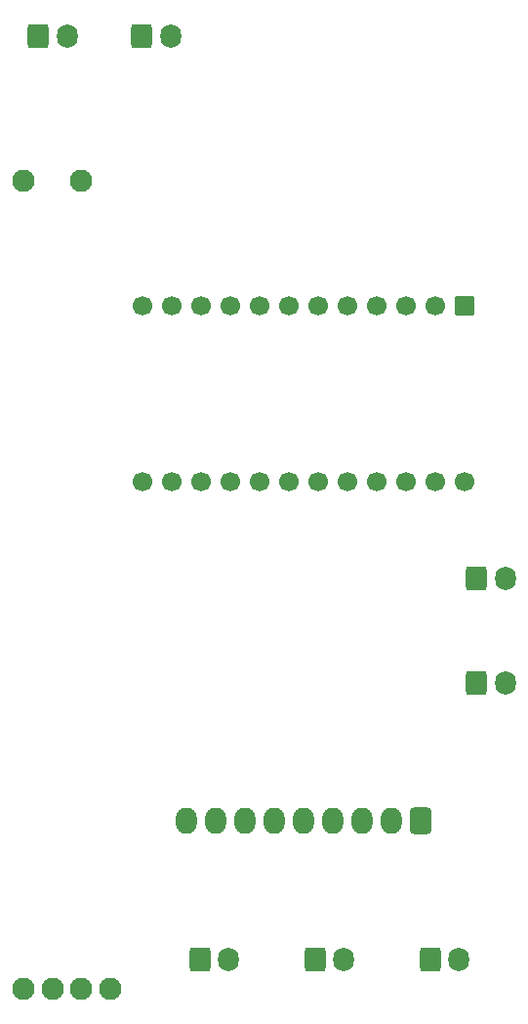
<source format=gbr>
%TF.GenerationSoftware,KiCad,Pcbnew,(6.0.10)*%
%TF.CreationDate,2023-01-17T00:52:56+01:00*%
%TF.ProjectId,SC_Mining_Controller_MkI,53435f4d-696e-4696-9e67-5f436f6e7472,1*%
%TF.SameCoordinates,Original*%
%TF.FileFunction,Soldermask,Top*%
%TF.FilePolarity,Negative*%
%FSLAX46Y46*%
G04 Gerber Fmt 4.6, Leading zero omitted, Abs format (unit mm)*
G04 Created by KiCad (PCBNEW (6.0.10)) date 2023-01-17 00:52:56*
%MOMM*%
%LPD*%
G01*
G04 APERTURE LIST*
G04 Aperture macros list*
%AMRoundRect*
0 Rectangle with rounded corners*
0 $1 Rounding radius*
0 $2 $3 $4 $5 $6 $7 $8 $9 X,Y pos of 4 corners*
0 Add a 4 corners polygon primitive as box body*
4,1,4,$2,$3,$4,$5,$6,$7,$8,$9,$2,$3,0*
0 Add four circle primitives for the rounded corners*
1,1,$1+$1,$2,$3*
1,1,$1+$1,$4,$5*
1,1,$1+$1,$6,$7*
1,1,$1+$1,$8,$9*
0 Add four rect primitives between the rounded corners*
20,1,$1+$1,$2,$3,$4,$5,0*
20,1,$1+$1,$4,$5,$6,$7,0*
20,1,$1+$1,$6,$7,$8,$9,0*
20,1,$1+$1,$8,$9,$2,$3,0*%
G04 Aperture macros list end*
%ADD10RoundRect,0.300000X-0.600000X-0.750000X0.600000X-0.750000X0.600000X0.750000X-0.600000X0.750000X0*%
%ADD11O,1.800000X2.100000*%
%ADD12RoundRect,0.300000X0.620000X0.845000X-0.620000X0.845000X-0.620000X-0.845000X0.620000X-0.845000X0*%
%ADD13O,1.840000X2.290000*%
%ADD14RoundRect,0.050000X0.800000X0.800000X-0.800000X0.800000X-0.800000X-0.800000X0.800000X-0.800000X0*%
%ADD15C,1.700000*%
%ADD16C,1.950000*%
G04 APERTURE END LIST*
D10*
%TO.C,SW2*%
X77000000Y-104000000D03*
D11*
X79500000Y-104000000D03*
%TD*%
D10*
%TO.C,SW5*%
X53000000Y-128000000D03*
D11*
X55500000Y-128000000D03*
%TD*%
D10*
%TO.C,SW6*%
X48000000Y-48000000D03*
D11*
X50500000Y-48000000D03*
%TD*%
D10*
%TO.C,SW7*%
X39000000Y-48000000D03*
D11*
X41500000Y-48000000D03*
%TD*%
D10*
%TO.C,SW4*%
X63000000Y-128000000D03*
D11*
X65500000Y-128000000D03*
%TD*%
D10*
%TO.C,SW3*%
X73000000Y-128000000D03*
D11*
X75500000Y-128000000D03*
%TD*%
D12*
%TO.C,JOY1*%
X72160000Y-115980000D03*
D13*
X69620000Y-115980000D03*
X67080000Y-115980000D03*
X64540000Y-115980000D03*
X62000000Y-115980000D03*
X59460000Y-115980000D03*
X56920000Y-115980000D03*
X54380000Y-115980000D03*
X51840000Y-115980000D03*
%TD*%
D14*
%TO.C,U1*%
X75970000Y-71380000D03*
D15*
X73430000Y-71380000D03*
X70890000Y-71380000D03*
X68350000Y-71380000D03*
X65810000Y-71380000D03*
X63270000Y-71380000D03*
X60730000Y-71380000D03*
X58190000Y-71380000D03*
X55650000Y-71380000D03*
X53110000Y-71380000D03*
X50570000Y-71380000D03*
X48030000Y-71380000D03*
X48030000Y-86620000D03*
X50570000Y-86620000D03*
X53110000Y-86620000D03*
X55650000Y-86620000D03*
X58190000Y-86620000D03*
X60730000Y-86620000D03*
X63270000Y-86620000D03*
X65810000Y-86620000D03*
X68350000Y-86620000D03*
X70890000Y-86620000D03*
X73430000Y-86620000D03*
X75970000Y-86620000D03*
%TD*%
D10*
%TO.C,SW1*%
X77000000Y-95000000D03*
D11*
X79500000Y-95000000D03*
%TD*%
D16*
%TO.C,RV1*%
X37750000Y-130500000D03*
X40250000Y-130500000D03*
X37750000Y-60500000D03*
X42750000Y-130500000D03*
X45250000Y-130500000D03*
X42750000Y-60500000D03*
%TD*%
M02*

</source>
